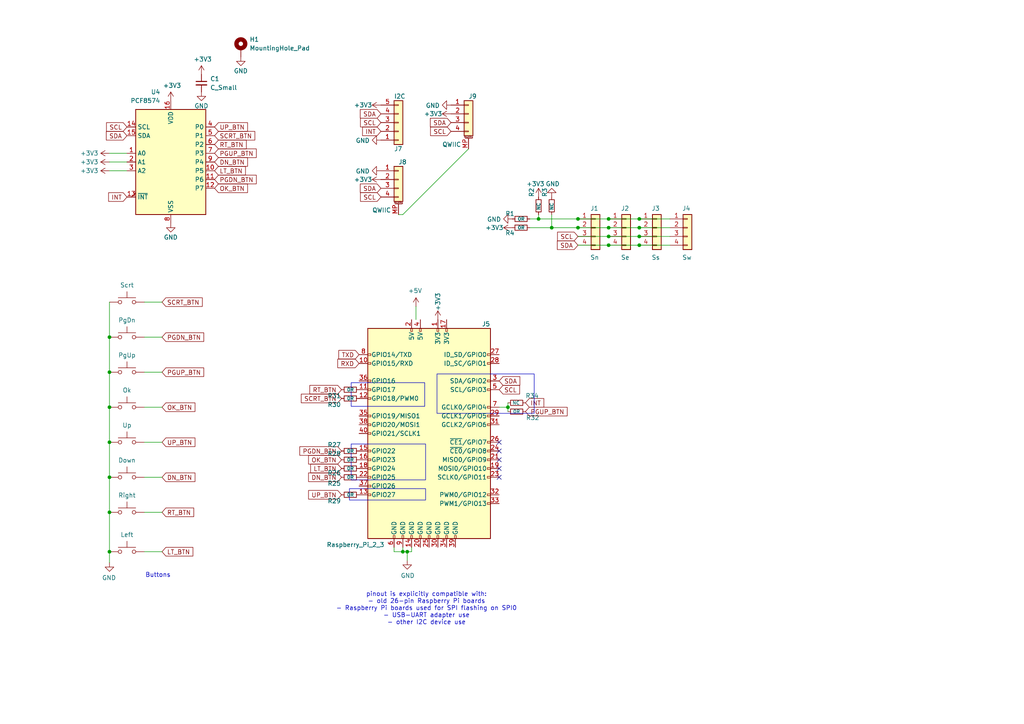
<source format=kicad_sch>
(kicad_sch (version 20231120) (generator "eeschema") (generator_version "8.0")
  (paper "A4")
  (lib_symbols
    (symbol "Connector:Raspberry_Pi_2_3" (pin_names (offset 1.016))
      (property "Reference" "J" (at -17.78 31.75 0))
      (property "Value" "Raspberry_Pi_2_3" (at 10.16 -31.75 0))
      (symbol "Raspberry_Pi_2_3_0_1"
        (rectangle (start -17.78 30.48) (end 17.78 -30.48) (stroke (width 0.254)) (fill (type background)))
      )
      (symbol "Raspberry_Pi_2_3_1_1"
        (rectangle (start -16.891 -17.526) (end -17.78 -18.034))
        (rectangle (start -16.891 -14.986) (end -17.78 -15.494))
        (rectangle (start -16.891 -12.446) (end -17.78 -12.954))
        (rectangle (start -16.891 -9.906) (end -17.78 -10.414))
        (rectangle (start -16.891 -7.366) (end -17.78 -7.874))
        (rectangle (start -16.891 -4.826) (end -17.78 -5.334))
        (rectangle (start -16.891 0.254) (end -17.78 -0.254))
        (rectangle (start -16.891 2.794) (end -17.78 2.286))
        (rectangle (start -16.891 5.334) (end -17.78 4.826))
        (rectangle (start -16.891 10.414) (end -17.78 9.906))
        (rectangle (start -16.891 12.954) (end -17.78 12.446))
        (rectangle (start -16.891 15.494) (end -17.78 14.986))
        (rectangle (start -16.891 20.574) (end -17.78 20.066))
        (rectangle (start -16.891 23.114) (end -17.78 22.606))
        (rectangle (start -10.414 -29.591) (end -9.906 -30.48))
        (rectangle (start -7.874 -29.591) (end -7.366 -30.48))
        (rectangle (start -5.334 -29.591) (end -4.826 -30.48))
        (rectangle (start -5.334 30.48) (end -4.826 29.591))
        (rectangle (start -2.794 -29.591) (end -2.286 -30.48))
        (rectangle (start -2.794 30.48) (end -2.286 29.591))
        (rectangle (start -0.254 -29.591) (end 0.254 -30.48))
        (rectangle (start 2.286 -29.591) (end 2.794 -30.48))
        (rectangle (start 2.286 30.48) (end 2.794 29.591))
        (rectangle (start 4.826 -29.591) (end 5.334 -30.48))
        (rectangle (start 4.826 30.48) (end 5.334 29.591))
        (rectangle (start 7.366 -29.591) (end 7.874 -30.48))
        (rectangle (start 17.78 -20.066) (end 16.891 -20.574))
        (rectangle (start 17.78 -17.526) (end 16.891 -18.034))
        (rectangle (start 17.78 -12.446) (end 16.891 -12.954))
        (rectangle (start 17.78 -9.906) (end 16.891 -10.414))
        (rectangle (start 17.78 -7.366) (end 16.891 -7.874))
        (rectangle (start 17.78 -4.826) (end 16.891 -5.334))
        (rectangle (start 17.78 -2.286) (end 16.891 -2.794))
        (rectangle (start 17.78 2.794) (end 16.891 2.286))
        (rectangle (start 17.78 5.334) (end 16.891 4.826))
        (rectangle (start 17.78 7.874) (end 16.891 7.366))
        (rectangle (start 17.78 12.954) (end 16.891 12.446))
        (rectangle (start 17.78 15.494) (end 16.891 14.986))
        (rectangle (start 17.78 20.574) (end 16.891 20.066))
        (rectangle (start 17.78 23.114) (end 16.891 22.606))
        (pin power_in line (at 2.54 33.02 270) (length 2.54) (name "3V3") (number "1"))
        (pin bidirectional line (at -20.32 20.32 0) (length 2.54) (name "GPIO15/RXD") (number "10"))
        (pin bidirectional line (at -20.32 12.7 0) (length 2.54) (name "GPIO17") (number "11"))
        (pin bidirectional line (at -20.32 10.16 0) (length 2.54) (name "GPIO18/PWM0") (number "12"))
        (pin bidirectional line (at -20.32 -17.78 0) (length 2.54) (name "GPIO27") (number "13"))
        (pin power_in line (at -5.08 -33.02 90) (length 2.54) (name "GND") (number "14"))
        (pin bidirectional line (at -20.32 -5.08 0) (length 2.54) (name "GPIO22") (number "15"))
        (pin bidirectional line (at -20.32 -7.62 0) (length 2.54) (name "GPIO23") (number "16"))
        (pin power_in line (at 5.08 33.02 270) (length 2.54) (name "3V3") (number "17"))
        (pin bidirectional line (at -20.32 -10.16 0) (length 2.54) (name "GPIO24") (number "18"))
        (pin bidirectional line (at 20.32 -10.16 180) (length 2.54) (name "MOSI0/GPIO10") (number "19"))
        (pin power_in line (at -5.08 33.02 270) (length 2.54) (name "5V") (number "2"))
        (pin power_in line (at -2.54 -33.02 90) (length 2.54) (name "GND") (number "20"))
        (pin bidirectional line (at 20.32 -7.62 180) (length 2.54) (name "MISO0/GPIO9") (number "21"))
        (pin bidirectional line (at -20.32 -12.7 0) (length 2.54) (name "GPIO25") (number "22"))
        (pin bidirectional line (at 20.32 -12.7 180) (length 2.54) (name "SCLK0/GPIO11") (number "23"))
        (pin bidirectional line (at 20.32 -5.08 180) (length 2.54) (name "~{CE0}/GPIO8") (number "24"))
        (pin power_in line (at 0 -33.02 90) (length 2.54) (name "GND") (number "25"))
        (pin bidirectional line (at 20.32 -2.54 180) (length 2.54) (name "~{CE1}/GPIO7") (number "26"))
        (pin bidirectional line (at 20.32 22.86 180) (length 2.54) (name "ID_SD/GPIO0") (number "27"))
        (pin bidirectional line (at 20.32 20.32 180) (length 2.54) (name "ID_SC/GPIO1") (number "28"))
        (pin bidirectional line (at 20.32 5.08 180) (length 2.54) (name "GCLK1/GPIO5") (number "29"))
        (pin bidirectional line (at 20.32 15.24 180) (length 2.54) (name "SDA/GPIO2") (number "3"))
        (pin power_in line (at 2.54 -33.02 90) (length 2.54) (name "GND") (number "30"))
        (pin bidirectional line (at 20.32 2.54 180) (length 2.54) (name "GCLK2/GPIO6") (number "31"))
        (pin bidirectional line (at 20.32 -17.78 180) (length 2.54) (name "PWM0/GPIO12") (number "32"))
        (pin bidirectional line (at 20.32 -20.32 180) (length 2.54) (name "PWM1/GPIO13") (number "33"))
        (pin power_in line (at 5.08 -33.02 90) (length 2.54) (name "GND") (number "34"))
        (pin bidirectional line (at -20.32 5.08 0) (length 2.54) (name "GPIO19/MISO1") (number "35"))
        (pin bidirectional line (at -20.32 15.24 0) (length 2.54) (name "GPIO16") (number "36"))
        (pin bidirectional line (at -20.32 -15.24 0) (length 2.54) (name "GPIO26") (number "37"))
        (pin bidirectional line (at -20.32 2.54 0) (length 2.54) (name "GPIO20/MOSI1") (number "38"))
        (pin power_in line (at 7.62 -33.02 90) (length 2.54) (name "GND") (number "39"))
        (pin power_in line (at -2.54 33.02 270) (length 2.54) (name "5V") (number "4"))
        (pin bidirectional line (at -20.32 0 0) (length 2.54) (name "GPIO21/SCLK1") (number "40"))
        (pin bidirectional line (at 20.32 12.7 180) (length 2.54) (name "SCL/GPIO3") (number "5"))
        (pin power_in line (at -10.16 -33.02 90) (length 2.54) (name "GND") (number "6"))
        (pin bidirectional line (at 20.32 7.62 180) (length 2.54) (name "GCLK0/GPIO4") (number "7"))
        (pin bidirectional line (at -20.32 22.86 0) (length 2.54) (name "GPIO14/TXD") (number "8"))
        (pin power_in line (at -7.62 -33.02 90) (length 2.54) (name "GND") (number "9"))
      )
    )
    (symbol "Connector_Generic:Conn_01x04" (pin_names (offset 1.016) hide)
      (property "Reference" "J" (at 0 5.08 0))
      (property "Value" "Conn_01x04" (at 0 -7.62 0))
      (symbol "Conn_01x04_1_1"
        (rectangle (start -1.27 -4.953) (end 0 -5.207) (stroke (width 0.1524)))
        (rectangle (start -1.27 -2.413) (end 0 -2.667) (stroke (width 0.1524)))
        (rectangle (start -1.27 0.127) (end 0 -0.127) (stroke (width 0.1524)))
        (rectangle (start -1.27 2.667) (end 0 2.413) (stroke (width 0.1524)))
        (rectangle (start -1.27 3.81) (end 1.27 -6.35) (stroke (width 0.254)) (fill (type background)))
        (pin passive line (at -5.08 2.54 0) (length 3.81) (name "Pin_1") (number "1"))
        (pin passive line (at -5.08 0 0) (length 3.81) (name "Pin_2") (number "2"))
        (pin passive line (at -5.08 -2.54 0) (length 3.81) (name "Pin_3") (number "3"))
        (pin passive line (at -5.08 -5.08 0) (length 3.81) (name "Pin_4") (number "4"))
      )
    )
    (symbol "Connector_Generic:Conn_01x05" (pin_names (offset 1.016) hide)
      (property "Reference" "J" (at 0 7.62 0))
      (property "Value" "Conn_01x05" (at 0 -7.62 0))
      (symbol "Conn_01x05_1_1"
        (rectangle (start -1.27 -4.953) (end 0 -5.207) (stroke (width 0.1524)))
        (rectangle (start -1.27 -2.413) (end 0 -2.667) (stroke (width 0.1524)))
        (rectangle (start -1.27 0.127) (end 0 -0.127) (stroke (width 0.1524)))
        (rectangle (start -1.27 2.667) (end 0 2.413) (stroke (width 0.1524)))
        (rectangle (start -1.27 5.207) (end 0 4.953) (stroke (width 0.1524)))
        (rectangle (start -1.27 6.35) (end 1.27 -6.35) (stroke (width 0.254)) (fill (type background)))
        (pin passive line (at -5.08 5.08 0) (length 3.81) (name "Pin_1") (number "1"))
        (pin passive line (at -5.08 2.54 0) (length 3.81) (name "Pin_2") (number "2"))
        (pin passive line (at -5.08 0 0) (length 3.81) (name "Pin_3") (number "3"))
        (pin passive line (at -5.08 -2.54 0) (length 3.81) (name "Pin_4") (number "4"))
        (pin passive line (at -5.08 -5.08 0) (length 3.81) (name "Pin_5") (number "5"))
      )
    )
    (symbol "Connector_Generic_MountingPin:Conn_01x04_MountingPin" (pin_names (offset 1.016) hide)
      (property "Reference" "J" (at 0 5.08 0))
      (property "Value" "Conn_01x04_MountingPin" (at 1.27 -7.62 0))
      (symbol "Conn_01x04_MountingPin_1_1"
        (rectangle (start -1.27 -4.953) (end 0 -5.207) (stroke (width 0.1524)))
        (rectangle (start -1.27 -2.413) (end 0 -2.667) (stroke (width 0.1524)))
        (rectangle (start -1.27 0.127) (end 0 -0.127) (stroke (width 0.1524)))
        (rectangle (start -1.27 2.667) (end 0 2.413) (stroke (width 0.1524)))
        (rectangle (start -1.27 3.81) (end 1.27 -6.35) (stroke (width 0.254)) (fill (type background)))
        (polyline (pts (xy -1.016 -7.112) (xy 1.016 -7.112)) (stroke (width 0.1524)))
        (text "Mounting" (at 0 -6.731 0) (effects (font (size 0.381 0.381))))
        (pin passive line (at -5.08 2.54 0) (length 3.81) (name "Pin_1") (number "1"))
        (pin passive line (at -5.08 0 0) (length 3.81) (name "Pin_2") (number "2"))
        (pin passive line (at -5.08 -2.54 0) (length 3.81) (name "Pin_3") (number "3"))
        (pin passive line (at -5.08 -5.08 0) (length 3.81) (name "Pin_4") (number "4"))
        (pin passive line (at 0 -10.16 90) (length 3.048) (name "MountPin") (number "MP"))
      )
    )
    (symbol "Device:C_Small" (pin_numbers hide) (pin_names (offset 0.254) hide)
      (property "Reference" "C" (at 0.254 1.778 0))
      (property "Value" "C_Small" (at 0.254 -2.032 0))
      (symbol "C_Small_0_1"
        (polyline (pts (xy -1.524 -0.508) (xy 1.524 -0.508)) (stroke (width 0.3302)))
        (polyline (pts (xy -1.524 0.508) (xy 1.524 0.508)) (stroke (width 0.3048)))
      )
      (symbol "C_Small_1_1"
        (pin passive line (at 0 2.54 270) (length 2.032) (name "~") (number "1"))
        (pin passive line (at 0 -2.54 90) (length 2.032) (name "~") (number "2"))
      )
    )
    (symbol "Device:R_Small" (pin_numbers hide) (pin_names (offset 0.254) hide)
      (property "Reference" "R" (at 0.762 0.508 0))
      (property "Value" "R_Small" (at 0.762 -1.016 0))
      (symbol "R_Small_0_1"
        (rectangle (start -0.762 1.778) (end 0.762 -1.778) (stroke (width 0.2032)))
      )
      (symbol "R_Small_1_1"
        (pin passive line (at 0 2.54 270) (length 0.762) (name "~") (number "1"))
        (pin passive line (at 0 -2.54 90) (length 0.762) (name "~") (number "2"))
      )
    )
    (symbol "Interface_Expansion:PCF8574"
      (property "Reference" "U" (at -8.89 16.51 0))
      (property "Value" "PCF8574" (at 2.54 16.51 0))
      (symbol "PCF8574_0_1"
        (rectangle (start -10.16 15.24) (end 10.16 -15.24) (stroke (width 0.254)) (fill (type background)))
      )
      (symbol "PCF8574_1_1"
        (pin input line (at -12.7 2.54 0) (length 2.54) (name "A0") (number "1"))
        (pin bidirectional line (at 12.7 -2.54 180) (length 2.54) (name "P5") (number "10"))
        (pin bidirectional line (at 12.7 -5.08 180) (length 2.54) (name "P6") (number "11"))
        (pin bidirectional line (at 12.7 -7.62 180) (length 2.54) (name "P7") (number "12"))
        (pin open_collector output_low (at -12.7 -10.16 0) (length 2.54) (name "~{INT}") (number "13"))
        (pin input line (at -12.7 10.16 0) (length 2.54) (name "SCL") (number "14"))
        (pin bidirectional line (at -12.7 7.62 0) (length 2.54) (name "SDA") (number "15"))
        (pin power_in line (at 0 17.78 270) (length 2.54) (name "VDD") (number "16"))
        (pin input line (at -12.7 0 0) (length 2.54) (name "A1") (number "2"))
        (pin input line (at -12.7 -2.54 0) (length 2.54) (name "A2") (number "3"))
        (pin bidirectional line (at 12.7 10.16 180) (length 2.54) (name "P0") (number "4"))
        (pin bidirectional line (at 12.7 7.62 180) (length 2.54) (name "P1") (number "5"))
        (pin bidirectional line (at 12.7 5.08 180) (length 2.54) (name "P2") (number "6"))
        (pin bidirectional line (at 12.7 2.54 180) (length 2.54) (name "P3") (number "7"))
        (pin power_in line (at 0 -17.78 90) (length 2.54) (name "VSS") (number "8"))
        (pin bidirectional line (at 12.7 0 180) (length 2.54) (name "P4") (number "9"))
      )
    )
    (symbol "Mechanical:MountingHole_Pad" (pin_numbers hide) (pin_names (offset 1.016) hide) (exclude_from_sim yes) (in_bom no)
      (property "Reference" "H" (at 0 6.35 0))
      (property "Value" "MountingHole_Pad" (at 0 4.445 0))
      (symbol "MountingHole_Pad_0_1"
        (circle (center 0 1.27) (radius 1.27) (stroke (width 1.27)))
      )
      (symbol "MountingHole_Pad_1_1"
        (pin input line (at 0 -2.54 90) (length 2.54) (name "1") (number "1"))
      )
    )
    (symbol "Switch:SW_Push" (pin_numbers hide) (pin_names (offset 1.016) hide)
      (property "Reference" "SW" (at 1.27 2.54 0))
      (property "Value" "SW_Push" (at 0 -1.524 0))
      (symbol "SW_Push_0_1"
        (circle (center -2.032 0) (radius 0.508))
        (polyline (pts (xy 0 1.27) (xy 0 3.048)))
        (polyline (pts (xy 2.54 1.27) (xy -2.54 1.27)))
        (circle (center 2.032 0) (radius 0.508))
        (pin passive line (at -5.08 0 0) (length 2.54) (name "1") (number "1"))
        (pin passive line (at 5.08 0 180) (length 2.54) (name "2") (number "2"))
      )
    )
    (symbol "power:+3V3" (power) (pin_names (offset 0))
      (property "Value" "+3V3" (at 0 3.556 0))
      (symbol "+3V3_0_1"
        (polyline (pts (xy -0.762 1.27) (xy 0 2.54)))
        (polyline (pts (xy 0 0) (xy 0 2.54)))
        (polyline (pts (xy 0 2.54) (xy 0.762 1.27)))
      )
      (symbol "+3V3_1_1"
        (pin power_in line (at 0 0 90) (length 0) hide (name "+3V3") (number "1"))
      )
    )
    (symbol "power:+5V" (power) (pin_names (offset 0))
      (property "Value" "+5V" (at 0 3.556 0))
      (symbol "+5V_0_1"
        (polyline (pts (xy -0.762 1.27) (xy 0 2.54)))
        (polyline (pts (xy 0 0) (xy 0 2.54)))
        (polyline (pts (xy 0 2.54) (xy 0.762 1.27)))
      )
      (symbol "+5V_1_1"
        (pin power_in line (at 0 0 90) (length 0) hide (name "+5V") (number "1"))
      )
    )
    (symbol "power:GND" (power) (pin_names (offset 0))
      (property "Value" "GND" (at 0 -3.81 0))
      (symbol "GND_0_1"
        (polyline (pts (xy 0 0) (xy 0 -1.27) (xy 1.27 -1.27) (xy 0 -2.54) (xy -1.27 -1.27) (xy 0 -1.27)))
      )
      (symbol "GND_1_1"
        (pin power_in line (at 0 0 270) (length 0) hide (name "GND") (number "1"))
      )
    )
  )
  (junction (at 160.02 66.04))
  (junction (at 31.75 97.79))
  (junction (at 118.11 160.02))
  (junction (at 31.75 148.59))
  (junction (at 167.64 63.5))
  (junction (at 116.84 160.02))
  (junction (at 167.64 66.04))
  (junction (at 185.42 66.04))
  (junction (at 185.42 71.12))
  (junction (at 176.53 68.58))
  (junction (at 176.53 71.12))
  (junction (at 31.75 138.43))
  (junction (at 31.75 160.02))
  (junction (at 185.42 68.58))
  (junction (at 176.53 66.04))
  (junction (at 31.75 128.27))
  (junction (at 31.75 107.95))
  (junction (at 176.53 63.5))
  (junction (at 147.32 118.11))
  (junction (at 185.42 63.5))
  (junction (at 156.21 63.5))
  (junction (at 31.75 118.11))
  (no_connect (at 144.78 128.27))
  (no_connect (at 144.78 138.43))
  (no_connect (at 144.78 133.35))
  (no_connect (at 144.78 130.81))
  (no_connect (at 144.78 135.89))
  (wire (pts (xy 46.99 87.63) (xy 41.91 87.63)))
  (wire (pts (xy 147.32 118.11) (xy 147.32 119.38)))
  (wire (pts (xy 185.42 66.04) (xy 194.31 66.04)))
  (wire (pts (xy 116.84 62.23) (xy 135.89 43.18)))
  (wire (pts (xy 118.11 160.02) (xy 119.38 160.02)))
  (wire (pts (xy 31.75 107.95) (xy 31.75 118.11)))
  (wire (pts (xy 176.53 66.04) (xy 185.42 66.04)))
  (wire (pts (xy 167.64 71.12) (xy 176.53 71.12)))
  (wire (pts (xy 31.75 97.79) (xy 31.75 107.95)))
  (wire (pts (xy 156.21 62.23) (xy 156.21 63.5)))
  (wire (pts (xy 46.99 160.02) (xy 41.91 160.02)))
  (wire (pts (xy 156.21 63.5) (xy 167.64 63.5)))
  (wire (pts (xy 31.75 46.99) (xy 36.83 46.99)))
  (wire (pts (xy 153.67 63.5) (xy 156.21 63.5)))
  (wire (pts (xy 120.65 88.9) (xy 120.65 92.71)))
  (wire (pts (xy 41.91 128.27) (xy 46.99 128.27)))
  (wire (pts (xy 31.75 87.63) (xy 31.75 97.79)))
  (wire (pts (xy 176.53 71.12) (xy 185.42 71.12)))
  (wire (pts (xy 167.64 68.58) (xy 176.53 68.58)))
  (wire (pts (xy 185.42 71.12) (xy 194.31 71.12)))
  (wire (pts (xy 31.75 49.53) (xy 36.83 49.53)))
  (wire (pts (xy 46.99 97.79) (xy 41.91 97.79)))
  (wire (pts (xy 31.75 160.02) (xy 31.75 163.195)))
  (wire (pts (xy 119.38 158.75) (xy 119.38 160.02)))
  (wire (pts (xy 176.53 68.58) (xy 185.42 68.58)))
  (wire (pts (xy 167.64 66.04) (xy 176.53 66.04)))
  (wire (pts (xy 116.84 158.75) (xy 116.84 160.02)))
  (wire (pts (xy 31.75 44.45) (xy 36.83 44.45)))
  (wire (pts (xy 160.02 62.23) (xy 160.02 66.04)))
  (wire (pts (xy 147.32 118.11) (xy 144.78 118.11)))
  (wire (pts (xy 46.99 107.95) (xy 41.91 107.95)))
  (wire (pts (xy 31.75 118.11) (xy 31.75 128.27)))
  (wire (pts (xy 153.67 66.04) (xy 160.02 66.04)))
  (wire (pts (xy 185.42 68.58) (xy 194.31 68.58)))
  (wire (pts (xy 176.53 63.5) (xy 185.42 63.5)))
  (wire (pts (xy 46.99 138.43) (xy 41.91 138.43)))
  (wire (pts (xy 31.75 138.43) (xy 31.75 148.59)))
  (wire (pts (xy 114.3 158.75) (xy 114.3 160.02)))
  (wire (pts (xy 160.02 66.04) (xy 167.64 66.04)))
  (wire (pts (xy 46.99 118.11) (xy 41.91 118.11)))
  (wire (pts (xy 114.3 160.02) (xy 116.84 160.02)))
  (wire (pts (xy 31.75 128.27) (xy 31.75 138.43)))
  (wire (pts (xy 115.57 62.23) (xy 116.84 62.23)))
  (wire (pts (xy 41.91 148.59) (xy 46.99 148.59)))
  (wire (pts (xy 31.75 148.59) (xy 31.75 160.02)))
  (wire (pts (xy 167.64 63.5) (xy 176.53 63.5)))
  (wire (pts (xy 185.42 63.5) (xy 194.31 63.5)))
  (wire (pts (xy 118.11 162.56) (xy 118.11 160.02)))
  (wire (pts (xy 147.32 116.84) (xy 147.32 118.11)))
  (wire (pts (xy 116.84 160.02) (xy 118.11 160.02)))
  (rectangle (start 101.854 128.778) (end 123.444 139.192))
  (rectangle (start 101.346 141.732) (end 123.444 145.034))
  (rectangle (start 126.746 108.458) (end 154.94 119.888))
  (rectangle (start 101.854 110.998) (end 123.19 117.856))
  (text "Buttons" (at 49.53 167.64 0) (effects (font (size 1.27 1.27)) (justify right bottom)))
  (text "pinout is explicitly compatible with:\n- old 26-pin Raspberry Pi boards\n- Raspberry Pi boards used for SPI flashing on SPI0\n- USB-UART adapter use\n- other I2C device use" (at 123.698 176.53 0) (effects (font (size 1.27 1.27))))
  (global_label "SCL" (shape input) (at 130.81 38.1 180) (property "Intersheetrefs" "${INTERSHEET_REFS}" (effects (hide yes))))
  (global_label "PGDN_BTN" (shape input) (at 46.99 97.79 0) (property "Intersheetrefs" "${INTERSHEET_REFS}" (effects (hide yes))))
  (global_label "PGUP_BTN" (shape input) (at 62.23 44.45 0) (property "Intersheetrefs" "${INTERSHEET_REFS}" (effects (hide yes))))
  (global_label "UP_BTN" (shape input) (at 99.06 143.51 180) (property "Intersheetrefs" "${INTERSHEET_REFS}" (effects (hide yes))))
  (global_label "PGUP_BTN" (shape input) (at 152.4 119.38 0) (property "Intersheetrefs" "${INTERSHEET_REFS}" (effects (hide yes))))
  (global_label "DN_BTN" (shape input) (at 99.06 138.43 180) (property "Intersheetrefs" "${INTERSHEET_REFS}" (effects (hide yes))))
  (global_label "OK_BTN" (shape input) (at 46.99 118.11 0) (property "Intersheetrefs" "${INTERSHEET_REFS}" (effects (hide yes))))
  (global_label "RXD" (shape input) (at 104.14 105.41 180) (property "Intersheetrefs" "${INTERSHEET_REFS}" (effects (hide yes))))
  (global_label "INT" (shape input) (at 36.83 57.15 180) (property "Intersheetrefs" "${INTERSHEET_REFS}" (effects (hide yes))))
  (global_label "SCL" (shape input) (at 110.49 35.56 180) (property "Intersheetrefs" "${INTERSHEET_REFS}" (effects (hide yes))))
  (global_label "RT_BTN" (shape input) (at 46.99 148.59 0) (property "Intersheetrefs" "${INTERSHEET_REFS}" (effects (hide yes))))
  (global_label "RT_BTN" (shape input) (at 99.06 113.03 180) (property "Intersheetrefs" "${INTERSHEET_REFS}" (effects (hide yes))))
  (global_label "OK_BTN" (shape input) (at 62.23 54.61 0) (property "Intersheetrefs" "${INTERSHEET_REFS}" (effects (hide yes))))
  (global_label "LT_BTN" (shape input) (at 46.99 160.02 0) (property "Intersheetrefs" "${INTERSHEET_REFS}" (effects (hide yes))))
  (global_label "PGDN_BTN" (shape input) (at 62.23 52.07 0) (property "Intersheetrefs" "${INTERSHEET_REFS}" (effects (hide yes))))
  (global_label "SDA" (shape input) (at 144.78 110.49 0) (property "Intersheetrefs" "${INTERSHEET_REFS}" (effects (hide yes))))
  (global_label "SDA" (shape input) (at 167.64 71.12 180) (property "Intersheetrefs" "${INTERSHEET_REFS}" (effects (hide yes))))
  (global_label "SDA" (shape input) (at 36.83 39.37 180) (property "Intersheetrefs" "${INTERSHEET_REFS}" (effects (hide yes))))
  (global_label "DN_BTN" (shape input) (at 46.99 138.43 0) (property "Intersheetrefs" "${INTERSHEET_REFS}" (effects (hide yes))))
  (global_label "RT_BTN" (shape input) (at 62.23 41.91 0) (property "Intersheetrefs" "${INTERSHEET_REFS}" (effects (hide yes))))
  (global_label "SCL" (shape input) (at 110.49 57.15 180) (property "Intersheetrefs" "${INTERSHEET_REFS}" (effects (hide yes))))
  (global_label "SCL" (shape input) (at 144.78 113.03 0) (property "Intersheetrefs" "${INTERSHEET_REFS}" (effects (hide yes))))
  (global_label "SCRT_BTN" (shape input) (at 99.06 115.57 180) (property "Intersheetrefs" "${INTERSHEET_REFS}" (effects (hide yes))))
  (global_label "OK_BTN" (shape input) (at 99.06 133.35 180) (property "Intersheetrefs" "${INTERSHEET_REFS}" (effects (hide yes))))
  (global_label "SDA" (shape input) (at 110.49 54.61 180) (property "Intersheetrefs" "${INTERSHEET_REFS}" (effects (hide yes))))
  (global_label "DN_BTN" (shape input) (at 62.23 46.99 0) (property "Intersheetrefs" "${INTERSHEET_REFS}" (effects (hide yes))))
  (global_label "PGUP_BTN" (shape input) (at 46.99 107.95 0) (property "Intersheetrefs" "${INTERSHEET_REFS}" (effects (hide yes))))
  (global_label "SCL" (shape input) (at 36.83 36.83 180) (property "Intersheetrefs" "${INTERSHEET_REFS}" (effects (hide yes))))
  (global_label "SDA" (shape input) (at 130.81 35.56 180) (property "Intersheetrefs" "${INTERSHEET_REFS}" (effects (hide yes))))
  (global_label "UP_BTN" (shape input) (at 62.23 36.83 0) (property "Intersheetrefs" "${INTERSHEET_REFS}" (effects (hide yes))))
  (global_label "SCL" (shape input) (at 167.64 68.58 180) (property "Intersheetrefs" "${INTERSHEET_REFS}" (effects (hide yes))))
  (global_label "LT_BTN" (shape input) (at 99.06 135.89 180) (property "Intersheetrefs" "${INTERSHEET_REFS}" (effects (hide yes))))
  (global_label "PGDN_BTN" (shape input) (at 99.06 130.81 180) (property "Intersheetrefs" "${INTERSHEET_REFS}" (effects (hide yes))))
  (global_label "SCRT_BTN" (shape input) (at 46.99 87.63 0) (property "Intersheetrefs" "${INTERSHEET_REFS}" (effects (hide yes))))
  (global_label "SCRT_BTN" (shape input) (at 62.23 39.37 0) (property "Intersheetrefs" "${INTERSHEET_REFS}" (effects (hide yes))))
  (global_label "SDA" (shape input) (at 110.49 33.02 180) (property "Intersheetrefs" "${INTERSHEET_REFS}" (effects (hide yes))))
  (global_label "UP_BTN" (shape input) (at 46.99 128.27 0) (property "Intersheetrefs" "${INTERSHEET_REFS}" (effects (hide yes))))
  (global_label "INT" (shape input) (at 152.4 116.84 0) (property "Intersheetrefs" "${INTERSHEET_REFS}" (effects (hide yes))))
  (global_label "INT" (shape input) (at 110.49 38.1 180) (property "Intersheetrefs" "${INTERSHEET_REFS}" (effects (hide yes))))
  (global_label "TXD" (shape input) (at 104.14 102.87 180) (property "Intersheetrefs" "${INTERSHEET_REFS}" (effects (hide yes))))
  (global_label "LT_BTN" (shape input) (at 62.23 49.53 0) (property "Intersheetrefs" "${INTERSHEET_REFS}" (effects (hide yes))))
  (symbol (lib_id "Connector:Raspberry_Pi_2_3") (at 124.46 125.73 0) (unit 1)
    (property "Reference" "J5" (at 140.97 93.98 0))
    (property "Value" "Raspberry_Pi_2_3" (at 103.124 157.988 0))
    (property "Footprint" "p:RASPBERRY_PI_HAT" (effects (hide yes)))
    (property "Datasheet" "https://www.raspberrypi.org/documentation/hardware/raspberrypi/schematics/rpi_SCH_3bplus_1p0_reduced.pdf" (effects (hide yes)))
  )
  (symbol (lib_id "Switch:SW_Push") (at 36.83 87.63 0) (mirror y) (unit 1)
    (property "Reference" "SW2" (effects (hide yes)))
    (property "Value" "Scrt" (at 36.83 82.7024 0))
    (property "Footprint" "zpui_businesscard:SW_SPST_PTS645" (effects (hide yes)))
    (property "LCSC Part #" "C285456" (effects (hide yes)))
  )
  (symbol (lib_id "Device:R_Small") (at 101.6 130.81 90) (unit 1)
    (property "Reference" "R27" (at 94.996 129.032 90) (effects (justify right)))
    (property "Value" "0R" (at 100.584 130.81 90) (effects (font (size 0.9906 0.9906)) (justify right)))
    (property "Footprint" "zpui_businesscard:R_0603_1608Metric_Jumper" (effects (hide yes)))
  )
  (symbol (lib_id "Device:R_Small") (at 101.6 115.57 90) (mirror x) (unit 1)
    (property "Reference" "R30" (at 94.996 117.348 90) (effects (justify right)))
    (property "Value" "0R" (at 100.584 115.57 90) (effects (font (size 0.9906 0.9906)) (justify right)))
    (property "Footprint" "zpui_businesscard:R_0603_1608Metric_Jumper" (effects (hide yes)))
  )
  (symbol (lib_id "power:GND") (at 69.85 16.51 0) (unit 1)
    (property "Reference" "#PWR035" (effects (hide yes)))
    (property "Value" "GND" (at 69.85 20.574 0))
    (property "Description" "Power symbol creates a global label with name \"GND\" , ground" (effects (hide yes)))
  )
  (symbol (lib_id "power:+3V3") (at 110.49 52.07 90) (unit 1)
    (property "Reference" "#PWR020" (effects (hide yes)))
    (property "Value" "+3V3" (at 107.95 52.07 90) (effects (justify left)))
  )
  (symbol (lib_id "power:GND") (at 110.49 40.64 270) (unit 1)
    (property "Reference" "#PWR013" (effects (hide yes)))
    (property "Value" "GND" (at 107.2388 40.767 90) (effects (justify right)))
  )
  (symbol (lib_id "Switch:SW_Push") (at 36.83 97.79 0) (mirror y) (unit 1)
    (property "Reference" "SW1" (effects (hide yes)))
    (property "Value" "PgDn" (at 36.83 92.8624 0))
    (property "Footprint" "zpui_businesscard:SW_SPST_PTS645" (effects (hide yes)))
    (property "LCSC Part #" "C285456" (effects (hide yes)))
  )
  (symbol (lib_id "Device:R_Small") (at 156.21 59.69 0) (mirror x) (unit 1)
    (property "Reference" "R2" (at 154.178 57.15 90) (effects (justify right)))
    (property "Value" "NC" (at 156.21 60.96 90) (effects (font (size 0.9906 0.9906)) (justify right)))
    (property "Footprint" "Resistor_SMD:R_0603_1608Metric" (effects (hide yes)))
  )
  (symbol (lib_id "power:+3V3") (at 31.75 46.99 90) (unit 1)
    (property "Reference" "#PWR040" (effects (hide yes)))
    (property "Value" "+3V3" (at 25.908 46.99 90))
  )
  (symbol (lib_id "Device:R_Small") (at 101.6 138.43 90) (mirror x) (unit 1)
    (property "Reference" "R25" (at 94.996 140.208 90) (effects (justify right)))
    (property "Value" "0R" (at 100.584 138.43 90) (effects (font (size 0.9906 0.9906)) (justify right)))
    (property "Footprint" "zpui_businesscard:R_0603_1608Metric_Jumper" (effects (hide yes)))
  )
  (symbol (lib_id "Device:R_Small") (at 149.86 116.84 90) (mirror x) (unit 1)
    (property "Reference" "R34" (at 152.4 114.808 90) (effects (justify right)))
    (property "Value" "NC" (at 148.59 116.84 90) (effects (font (size 0.9906 0.9906)) (justify right)))
    (property "Footprint" "Resistor_SMD:R_0603_1608Metric" (effects (hide yes)))
  )
  (symbol (lib_id "power:+3V3") (at 58.42 21.59 0) (unit 1)
    (property "Reference" "#PWR02" (effects (hide yes)))
    (property "Value" "+3V3" (at 58.801 17.1958 0))
  )
  (symbol (lib_id "Switch:SW_Push") (at 36.83 138.43 0) (mirror y) (unit 1)
    (property "Reference" "SW10" (effects (hide yes)))
    (property "Value" "Down" (at 36.83 133.5024 0))
    (property "Footprint" "zpui_businesscard:SW_SPST_PTS645" (effects (hide yes)))
    (property "mpn" "REQUIRED  https://www.lcsc.com/product-detail/Tactile-Switches_C-K-PTS641SM31SMTR2LFS_C285447.html" (effects (hide yes)))
    (property "LCSC Part #" "C285456" (effects (hide yes)))
  )
  (symbol (lib_id "Device:R_Small") (at 149.86 119.38 270) (unit 1)
    (property "Reference" "R32" (at 156.464 121.158 90) (effects (justify right)))
    (property "Value" "0R" (at 150.876 119.38 90) (effects (font (size 0.9906 0.9906)) (justify right)))
    (property "Footprint" "zpui_businesscard:R_0603_1608Metric_Jumper" (effects (hide yes)))
  )
  (symbol (lib_id "power:GND") (at 58.42 26.67 0) (unit 1)
    (property "Reference" "#PWR01" (effects (hide yes)))
    (property "Value" "GND" (at 58.42 30.734 0))
    (property "Description" "Power symbol creates a global label with name \"GND\" , ground" (effects (hide yes)))
  )
  (symbol (lib_id "power:GND") (at 148.59 63.5 270) (unit 1)
    (property "Reference" "#PWR03" (effects (hide yes)))
    (property "Value" "GND" (at 145.3388 63.627 90) (effects (justify right)))
  )
  (symbol (lib_id "power:+3V3") (at 31.75 49.53 90) (unit 1)
    (property "Reference" "#PWR052" (effects (hide yes)))
    (property "Value" "+3V3" (at 25.908 49.53 90))
  )
  (symbol (lib_id "power:GND") (at 130.81 30.48 270) (unit 1)
    (property "Reference" "#PWR056" (effects (hide yes)))
    (property "Value" "GND" (at 127.5588 30.607 90) (effects (justify right)))
  )
  (symbol (lib_id "Device:R_Small") (at 101.6 135.89 90) (unit 1)
    (property "Reference" "R26" (at 94.996 137.16 90) (effects (justify right)))
    (property "Value" "0R" (at 100.584 135.89 90) (effects (font (size 0.9906 0.9906)) (justify right)))
    (property "Footprint" "zpui_businesscard:R_0603_1608Metric_Jumper" (effects (hide yes)))
  )
  (symbol (lib_id "power:+3V3") (at 31.75 44.45 90) (unit 1)
    (property "Reference" "#PWR041" (effects (hide yes)))
    (property "Value" "+3V3" (at 25.908 44.45 90))
  )
  (symbol (lib_id "Device:R_Small") (at 101.6 133.35 90) (unit 1)
    (property "Reference" "R28" (at 94.996 131.572 90) (effects (justify right)))
    (property "Value" "0R" (at 100.584 133.35 90) (effects (font (size 0.9906 0.9906)) (justify right)))
    (property "Footprint" "zpui_businesscard:R_0603_1608Metric_Jumper" (effects (hide yes)))
  )
  (symbol (lib_id "Device:R_Small") (at 160.02 59.69 0) (mirror x) (unit 1)
    (property "Reference" "R3" (at 157.988 57.15 90) (effects (justify right)))
    (property "Value" "NC" (at 160.02 60.96 90) (effects (font (size 0.9906 0.9906)) (justify right)))
    (property "Footprint" "Resistor_SMD:R_0603_1608Metric" (effects (hide yes)))
  )
  (symbol (lib_id "Connector_Generic:Conn_01x04") (at 172.72 66.04 0) (unit 1)
    (property "Reference" "J1" (at 171.196 60.452 0) (effects (justify left)))
    (property "Value" "Sn" (at 171.196 74.676 0) (effects (justify left)))
    (property "Footprint" "Connector_PinHeader_2.54mm:PinHeader_1x04_P2.54mm_Vertical" (effects (hide yes)))
    (property "Description" "Generic connector, single row, 01x04, script generated (kicad-library-utils/schlib/autogen/connector/)" (effects (hide yes)))
  )
  (symbol (lib_id "power:GND") (at 49.53 64.77 0) (unit 1)
    (property "Reference" "#PWR028" (effects (hide yes)))
    (property "Value" "GND" (at 49.53 68.834 0))
    (property "Description" "Power symbol creates a global label with name \"GND\" , ground" (effects (hide yes)))
  )
  (symbol (lib_id "Switch:SW_Push") (at 36.83 118.11 0) (mirror y) (unit 1)
    (property "Reference" "SW8" (effects (hide yes)))
    (property "Value" "Ok" (at 36.83 113.1824 0))
    (property "Footprint" "zpui_businesscard:SW_SPST_PTS645" (effects (hide yes)))
    (property "mpn" "REQUIRED  https://www.lcsc.com/product-detail/Tactile-Switches_C-K-PTS641SM31SMTR2LFS_C285447.html" (effects (hide yes)))
    (property "LCSC Part #" "C285456" (effects (hide yes)))
  )
  (symbol (lib_id "power:GND") (at 31.75 163.195 0) (mirror y) (unit 1)
    (property "Reference" "#PWR010" (effects (hide yes)))
    (property "Value" "GND" (at 31.623 167.5892 0))
  )
  (symbol (lib_id "Switch:SW_Push") (at 36.83 160.02 0) (mirror y) (unit 1)
    (property "Reference" "SW12" (effects (hide yes)))
    (property "Value" "Left" (at 36.83 155.0924 0))
    (property "Footprint" "zpui_businesscard:SW_SPST_PTS645" (effects (hide yes)))
    (property "mpn" "REQUIRED  https://www.lcsc.com/product-detail/Tactile-Switches_C-K-PTS641SM31SMTR2LFS_C285447.html" (effects (hide yes)))
    (property "LCSC Part #" "C285456" (effects (hide yes)))
  )
  (symbol (lib_id "power:+3V3") (at 156.21 57.15 0) (unit 1)
    (property "Reference" "#PWR07" (effects (hide yes)))
    (property "Value" "+3V3" (at 152.654 53.34 0) (effects (justify left)))
  )
  (symbol (lib_id "Device:R_Small") (at 101.6 143.51 90) (mirror x) (unit 1)
    (property "Reference" "R29" (at 94.996 145.288 90) (effects (justify right)))
    (property "Value" "0R" (at 100.584 143.51 90) (effects (font (size 0.9906 0.9906)) (justify right)))
    (property "Footprint" "zpui_businesscard:R_0603_1608Metric_Jumper" (effects (hide yes)))
  )
  (symbol (lib_id "power:+3V3") (at 110.49 30.48 90) (unit 1)
    (property "Reference" "#PWR06" (effects (hide yes)))
    (property "Value" "+3V3" (at 107.95 30.48 90) (effects (justify left)))
  )
  (symbol (lib_id "Device:C_Small") (at 58.42 24.13 0) (unit 1)
    (property "Reference" "C1" (at 60.96 22.8662 0) (effects (justify left)))
    (property "Value" "C_Small" (at 60.96 25.4062 0) (effects (justify left)))
    (property "Footprint" "Capacitor_SMD:C_0603_1608Metric" (effects (hide yes)))
    (property "Description" "Unpolarized capacitor, small symbol" (effects (hide yes)))
  )
  (symbol (lib_id "Device:R_Small") (at 151.13 66.04 90) (mirror x) (unit 1)
    (property "Reference" "R4" (at 146.558 67.564 90) (effects (justify right)))
    (property "Value" "0R" (at 150.114 66.04 90) (effects (font (size 0.9906 0.9906)) (justify right)))
    (property "Footprint" "zpui_businesscard:R_0603_1608Metric_Jumper" (effects (hide yes)))
  )
  (symbol (lib_id "power:+3V3") (at 49.53 29.21 0) (unit 1)
    (property "Reference" "#PWR027" (effects (hide yes)))
    (property "Value" "+3V3" (at 49.911 24.8158 0))
  )
  (symbol (lib_id "power:GND") (at 110.49 49.53 270) (unit 1)
    (property "Reference" "#PWR018" (effects (hide yes)))
    (property "Value" "GND" (at 107.2388 49.657 90) (effects (justify right)))
  )
  (symbol (lib_id "Device:R_Small") (at 101.6 113.03 90) (mirror x) (unit 1)
    (property "Reference" "R31" (at 94.996 114.808 90) (effects (justify right)))
    (property "Value" "0R" (at 100.584 113.03 90) (effects (font (size 0.9906 0.9906)) (justify right)))
    (property "Footprint" "zpui_businesscard:R_0603_1608Metric_Jumper" (effects (hide yes)))
  )
  (symbol (lib_id "Connector_Generic_MountingPin:Conn_01x04_MountingPin") (at 135.89 33.02 0) (unit 1)
    (property "Reference" "J9" (at 135.89 27.94 0) (effects (justify left)))
    (property "Value" "QWIIC" (at 128.27 41.91 0) (effects (justify left)))
    (property "Footprint" "Connector_JST:JST_SH_SM04B-SRSS-TB_1x04-1MP_P1.00mm_Horizontal" (effects (hide yes)))
  )
  (symbol (lib_id "Connector_Generic:Conn_01x04") (at 190.5 66.04 0) (unit 1)
    (property "Reference" "J3" (at 188.976 60.452 0) (effects (justify left)))
    (property "Value" "Ss" (at 188.976 74.676 0) (effects (justify left)))
    (property "Footprint" "Connector_PinHeader_2.54mm:PinHeader_1x04_P2.54mm_Vertical" (effects (hide yes)))
    (property "Description" "Generic connector, single row, 01x04, script generated (kicad-library-utils/schlib/autogen/connector/)" (effects (hide yes)))
  )
  (symbol (lib_id "Connector_Generic:Conn_01x04") (at 199.39 66.04 0) (unit 1)
    (property "Reference" "J4" (at 197.866 60.452 0) (effects (justify left)))
    (property "Value" "Sw" (at 197.866 74.676 0) (effects (justify left)))
    (property "Footprint" "Connector_PinHeader_2.54mm:PinHeader_1x04_P2.54mm_Vertical" (effects (hide yes)))
    (property "Description" "Generic connector, single row, 01x04, script generated (kicad-library-utils/schlib/autogen/connector/)" (effects (hide yes)))
  )
  (symbol (lib_id "power:GND") (at 118.11 162.56 0) (unit 1)
    (property "Reference" "#PWR053" (effects (hide yes)))
    (property "Value" "GND" (at 118.237 166.9542 0))
  )
  (symbol (lib_id "Switch:SW_Push") (at 36.83 148.59 0) (mirror y) (unit 1)
    (property "Reference" "SW11" (effects (hide yes)))
    (property "Value" "Right" (at 36.83 143.6624 0))
    (property "Footprint" "zpui_businesscard:SW_SPST_PTS645" (effects (hide yes)))
    (property "mpn" "REQUIRED https://www.lcsc.com/product-detail/Tactile-Switches_C-K-PTS641SM31SMTR2LFS_C285447.html" (effects (hide yes)))
    (property "LCSC Part #" "C285456" (effects (hide yes)))
  )
  (symbol (lib_id "Connector_Generic:Conn_01x05") (at 115.57 35.56 0) (mirror x) (unit 1)
    (property "Reference" "J7" (at 114.3 43.18 0) (effects (justify left)))
    (property "Value" "I2C" (at 114.3 27.94 0) (effects (justify left)))
    (property "Footprint" "Connector_PinHeader_2.54mm:PinHeader_1x05_P2.54mm_Vertical" (effects (hide yes)))
  )
  (symbol (lib_id "power:GND") (at 160.02 57.15 180) (unit 1)
    (property "Reference" "#PWR05" (effects (hide yes)))
    (property "Value" "GND" (at 158.242 53.34 0) (effects (justify right)))
  )
  (symbol (lib_id "Switch:SW_Push") (at 36.83 128.27 0) (mirror y) (unit 1)
    (property "Reference" "SW9" (effects (hide yes)))
    (property "Value" "Up" (at 36.83 123.3424 0))
    (property "Footprint" "zpui_businesscard:SW_SPST_PTS645" (effects (hide yes)))
    (property "mpn" "REQUIRED https://www.lcsc.com/product-detail/Tactile-Switches_C-K-PTS641SM31SMTR2LFS_C285447.html" (effects (hide yes)))
    (property "LCSC Part #" "C285456" (effects (hide yes)))
  )
  (symbol (lib_id "Interface_Expansion:PCF8574") (at 49.53 46.99 0) (unit 1)
    (property "Reference" "U4" (at 46.5135 26.67 0) (effects (justify right)))
    (property "Value" "PCF8574" (at 46.5135 29.21 0) (effects (justify right)))
    (property "Footprint" "Package_SO:SOIC-16W_7.5x10.3mm_P1.27mm" (effects (hide yes)))
    (property "Datasheet" "http://www.nxp.com/docs/en/data-sheet/PCF8574_PCF8574A.pdf" (effects (hide yes)))
    (property "Description" "8 Bit Port/Expander to I2C Bus, DIP/SOIC-16" (effects (hide yes)))
  )
  (symbol (lib_id "power:+3V3") (at 130.81 33.02 90) (unit 1)
    (property "Reference" "#PWR057" (effects (hide yes)))
    (property "Value" "+3V3" (at 128.27 33.02 90) (effects (justify left)))
  )
  (symbol (lib_id "power:+3V3") (at 127 92.71 0) (unit 1)
    (property "Reference" "#PWR055" (effects (hide yes)))
    (property "Value" "+3V3" (at 127 90.17 90) (effects (justify left)))
  )
  (symbol (lib_id "Mechanical:MountingHole_Pad") (at 69.85 13.97 0) (unit 1) (exclude_from_sim yes) (in_bom no)
    (property "Reference" "H1" (at 72.39 11.4299 0) (effects (justify left)))
    (property "Value" "MountingHole_Pad" (at 72.39 13.9699 0) (effects (justify left)))
    (property "Footprint" "MountingHole:MountingHole_3mm_Pad" (effects (hide yes)))
    (property "Description" "Mounting Hole with connection" (effects (hide yes)))
  )
  (symbol (lib_id "Switch:SW_Push") (at 36.83 107.95 0) (mirror y) (unit 1)
    (property "Reference" "SW7" (effects (hide yes)))
    (property "Value" "PgUp" (at 36.83 103.0224 0))
    (property "Footprint" "zpui_businesscard:SW_SPST_PTS645" (effects (hide yes)))
    (property "LCSC Part #" "C285456" (effects (hide yes)))
  )
  (symbol (lib_id "Connector_Generic_MountingPin:Conn_01x04_MountingPin") (at 115.57 52.07 0) (unit 1)
    (property "Reference" "J8" (at 115.57 46.99 0) (effects (justify left)))
    (property "Value" "QWIIC" (at 107.95 60.96 0) (effects (justify left)))
    (property "Footprint" "Connector_JST:JST_SH_SM04B-SRSS-TB_1x04-1MP_P1.00mm_Horizontal" (effects (hide yes)))
  )
  (symbol (lib_id "Connector_Generic:Conn_01x04") (at 181.61 66.04 0) (unit 1)
    (property "Reference" "J2" (at 180.086 60.452 0) (effects (justify left)))
    (property "Value" "Se" (at 180.086 74.676 0) (effects (justify left)))
    (property "Footprint" "Connector_PinHeader_2.54mm:PinHeader_1x04_P2.54mm_Vertical" (effects (hide yes)))
    (property "Description" "Generic connector, single row, 01x04, script generated (kicad-library-utils/schlib/autogen/connector/)" (effects (hide yes)))
  )
  (symbol (lib_id "Device:R_Small") (at 151.13 63.5 90) (mirror x) (unit 1)
    (property "Reference" "R1" (at 146.558 61.976 90) (effects (justify right)))
    (property "Value" "0R" (at 150.114 63.5 90) (effects (font (size 0.9906 0.9906)) (justify right)))
    (property "Footprint" "zpui_businesscard:R_0603_1608Metric_Jumper" (effects (hide yes)))
  )
  (symbol (lib_id "power:+3V3") (at 148.59 66.04 90) (unit 1)
    (property "Reference" "#PWR04" (effects (hide yes)))
    (property "Value" "+3V3" (at 146.05 66.04 90) (effects (justify left)))
  )
  (symbol (lib_id "power:+5V") (at 120.65 88.9 0) (mirror y) (unit 1)
    (property "Reference" "#PWR045" (effects (hide yes)))
    (property "Value" "+5V" (at 120.396 84.328 0))
  )
)
</source>
